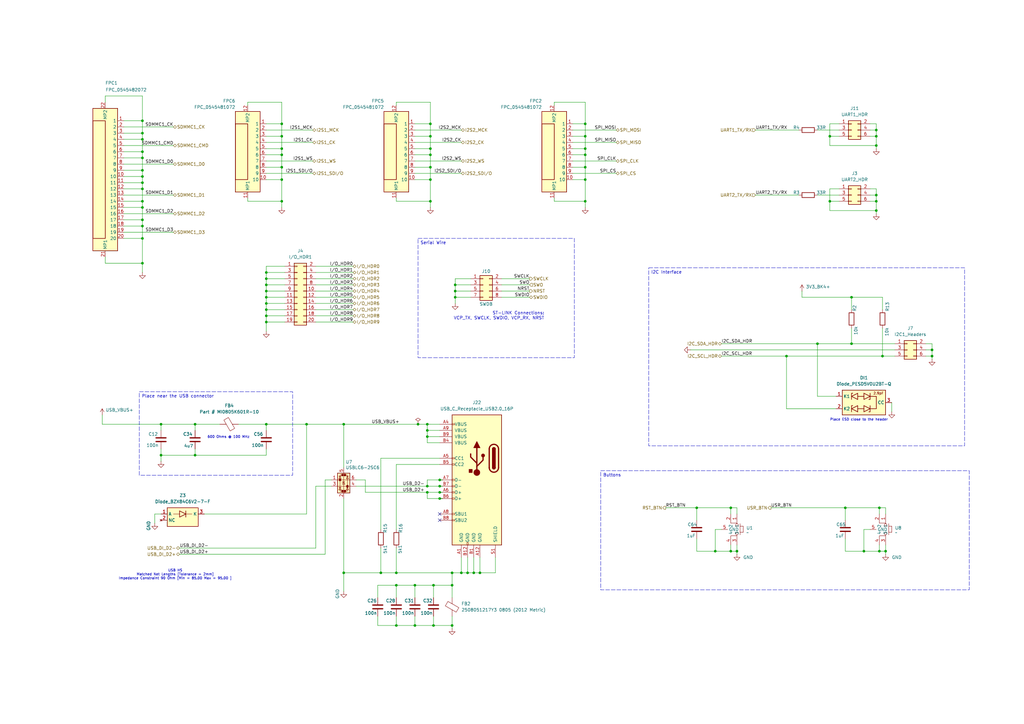
<source format=kicad_sch>
(kicad_sch (version 20231120) (generator "eeschema") (generator_version "8.0")
  (paper "A3")
  (junction (at 361.95 146.05))
  (junction (at 58.42 74.93))
  (junction (at 176.53 68.58))
  (junction (at 162.56 256.54))
  (junction (at 240.03 50.8))
  (junction (at 58.42 82.55))
  (junction (at 363.22 226.06))
  (junction (at 58.42 97.79))
  (junction (at 171.45 173.99))
  (junction (at 322.58 146.05))
  (junction (at 359.41 82.55))
  (junction (at 176.53 82.55))
  (junction (at 299.72 208.28))
  (junction (at 359.41 53.34))
  (junction (at 240.03 82.55))
  (junction (at 175.26 176.53))
  (junction (at 115.57 63.5))
  (junction (at 109.22 132.08))
  (junction (at 66.04 186.69))
  (junction (at 240.03 68.58))
  (junction (at 340.36 82.55))
  (junction (at 185.42 240.03))
  (junction (at 185.42 256.54))
  (junction (at 66.04 173.99))
  (junction (at 293.37 226.06))
  (junction (at 176.53 60.96))
  (junction (at 196.85 234.95))
  (junction (at 58.42 92.71))
  (junction (at 109.22 111.76))
  (junction (at 354.33 226.06))
  (junction (at 177.8 240.03))
  (junction (at 185.42 234.95))
  (junction (at 382.27 143.51))
  (junction (at 240.03 55.88))
  (junction (at 180.34 199.39))
  (junction (at 175.26 173.99))
  (junction (at 299.72 226.06))
  (junction (at 186.69 116.84))
  (junction (at 360.68 226.06))
  (junction (at 180.34 201.93))
  (junction (at 176.53 50.8))
  (junction (at 115.57 73.66))
  (junction (at 240.03 63.5))
  (junction (at 115.57 68.58))
  (junction (at 80.01 173.99))
  (junction (at 109.22 121.92))
  (junction (at 170.18 240.03))
  (junction (at 180.34 204.47))
  (junction (at 359.41 86.36))
  (junction (at 115.57 60.96))
  (junction (at 140.97 173.99))
  (junction (at 194.31 234.95))
  (junction (at 58.42 107.95))
  (junction (at 156.21 234.95))
  (junction (at 109.22 124.46))
  (junction (at 359.41 59.69))
  (junction (at 359.41 80.01))
  (junction (at 176.53 55.88))
  (junction (at 302.26 226.06))
  (junction (at 58.42 85.09))
  (junction (at 240.03 60.96))
  (junction (at 58.42 72.39))
  (junction (at 177.8 256.54))
  (junction (at 346.71 208.28))
  (junction (at 240.03 73.66))
  (junction (at 382.27 146.05))
  (junction (at 359.41 55.88))
  (junction (at 285.75 208.28))
  (junction (at 125.73 173.99))
  (junction (at 58.42 77.47))
  (junction (at 109.22 173.99))
  (junction (at 175.26 199.39))
  (junction (at 162.56 240.03))
  (junction (at 109.22 114.3))
  (junction (at 186.69 119.38))
  (junction (at 162.56 234.95))
  (junction (at 58.42 90.17))
  (junction (at 58.42 64.77))
  (junction (at 109.22 116.84))
  (junction (at 180.34 196.85))
  (junction (at 58.42 54.61))
  (junction (at 58.42 57.15))
  (junction (at 360.68 208.28))
  (junction (at 58.42 49.53))
  (junction (at 335.28 140.97))
  (junction (at 349.25 140.97))
  (junction (at 140.97 234.95))
  (junction (at 175.26 179.07))
  (junction (at 176.53 63.5))
  (junction (at 109.22 127))
  (junction (at 115.57 50.8))
  (junction (at 109.22 129.54))
  (junction (at 186.69 121.92))
  (junction (at 175.26 201.93))
  (junction (at 58.42 62.23))
  (junction (at 191.77 234.95))
  (junction (at 80.01 186.69))
  (junction (at 109.22 119.38))
  (junction (at 58.42 69.85))
  (junction (at 189.23 234.95))
  (junction (at 349.25 121.92))
  (junction (at 340.36 55.88))
  (junction (at 115.57 82.55))
  (junction (at 176.53 73.66))
  (junction (at 170.18 256.54))
  (junction (at 115.57 55.88))
  (no_connect (at 180.34 213.36))
  (no_connect (at 180.34 210.82))
  (wire (pts (xy 181.61 196.85) (xy 180.34 196.85)))
  (wire (pts (xy 340.36 77.47) (xy 340.36 82.55)))
  (wire (pts (xy 240.03 73.66) (xy 240.03 82.55)))
  (wire (pts (xy 205.74 121.92) (xy 217.17 121.92)))
  (wire (pts (xy 129.54 109.22) (xy 144.78 109.22)))
  (wire (pts (xy 295.91 146.05) (xy 322.58 146.05)))
  (wire (pts (xy 58.42 74.93) (xy 58.42 77.47)))
  (wire (pts (xy 185.42 252.73) (xy 185.42 256.54)))
  (wire (pts (xy 50.8 52.07) (xy 71.12 52.07)))
  (wire (pts (xy 162.56 190.5) (xy 162.56 217.17)))
  (wire (pts (xy 240.03 50.8) (xy 240.03 55.88)))
  (wire (pts (xy 361.95 134.62) (xy 361.95 146.05)))
  (wire (pts (xy 109.22 53.34) (xy 128.27 53.34)))
  (wire (pts (xy 360.68 223.52) (xy 360.68 226.06)))
  (wire (pts (xy 194.31 228.6) (xy 194.31 234.95)))
  (wire (pts (xy 359.41 77.47) (xy 359.41 80.01)))
  (wire (pts (xy 116.84 127) (xy 109.22 127)))
  (wire (pts (xy 58.42 92.71) (xy 58.42 97.79)))
  (wire (pts (xy 115.57 55.88) (xy 115.57 60.96)))
  (wire (pts (xy 356.87 77.47) (xy 359.41 77.47)))
  (wire (pts (xy 43.18 105.41) (xy 43.18 107.95)))
  (wire (pts (xy 354.33 226.06) (xy 360.68 226.06)))
  (wire (pts (xy 363.22 223.52) (xy 363.22 226.06)))
  (wire (pts (xy 175.26 201.93) (xy 180.34 201.93)))
  (wire (pts (xy 146.05 196.85) (xy 149.86 196.85)))
  (wire (pts (xy 185.42 256.54) (xy 185.42 257.81)))
  (wire (pts (xy 176.53 55.88) (xy 176.53 60.96)))
  (wire (pts (xy 299.72 223.52) (xy 299.72 226.06)))
  (wire (pts (xy 234.95 73.66) (xy 240.03 73.66)))
  (wire (pts (xy 203.2 228.6) (xy 203.2 234.95)))
  (wire (pts (xy 149.86 201.93) (xy 175.26 201.93)))
  (wire (pts (xy 58.42 62.23) (xy 58.42 64.77)))
  (wire (pts (xy 109.22 55.88) (xy 115.57 55.88)))
  (wire (pts (xy 327.66 53.34) (xy 309.88 53.34)))
  (wire (pts (xy 109.22 71.12) (xy 128.27 71.12)))
  (wire (pts (xy 66.04 186.69) (xy 80.01 186.69)))
  (wire (pts (xy 234.95 53.34) (xy 252.73 53.34)))
  (wire (pts (xy 58.42 49.53) (xy 58.42 54.61)))
  (wire (pts (xy 109.22 68.58) (xy 115.57 68.58)))
  (wire (pts (xy 360.68 208.28) (xy 360.68 210.82)))
  (wire (pts (xy 43.18 39.37) (xy 58.42 39.37)))
  (wire (pts (xy 203.2 234.95) (xy 196.85 234.95)))
  (wire (pts (xy 180.34 196.85) (xy 175.26 196.85)))
  (wire (pts (xy 185.42 234.95) (xy 162.56 234.95)))
  (wire (pts (xy 171.45 173.99) (xy 175.26 173.99)))
  (wire (pts (xy 240.03 82.55) (xy 240.03 85.09)))
  (wire (pts (xy 170.18 73.66) (xy 176.53 73.66)))
  (wire (pts (xy 50.8 62.23) (xy 58.42 62.23)))
  (wire (pts (xy 50.8 72.39) (xy 58.42 72.39)))
  (wire (pts (xy 170.18 240.03) (xy 170.18 245.11)))
  (wire (pts (xy 180.34 199.39) (xy 181.61 199.39)))
  (wire (pts (xy 342.9 167.64) (xy 322.58 167.64)))
  (wire (pts (xy 382.27 143.51) (xy 382.27 146.05)))
  (wire (pts (xy 109.22 186.69) (xy 109.22 184.15)))
  (wire (pts (xy 66.04 186.69) (xy 66.04 189.23)))
  (wire (pts (xy 109.22 119.38) (xy 109.22 121.92)))
  (wire (pts (xy 140.97 173.99) (xy 140.97 191.77)))
  (wire (pts (xy 66.04 173.99) (xy 66.04 176.53)))
  (wire (pts (xy 156.21 187.96) (xy 156.21 217.17)))
  (wire (pts (xy 58.42 77.47) (xy 58.42 82.55)))
  (wire (pts (xy 285.75 220.98) (xy 285.75 226.06)))
  (wire (pts (xy 162.56 224.79) (xy 162.56 234.95)))
  (wire (pts (xy 170.18 50.8) (xy 176.53 50.8)))
  (wire (pts (xy 175.26 179.07) (xy 180.34 179.07)))
  (wire (pts (xy 295.91 217.17) (xy 293.37 217.17)))
  (wire (pts (xy 175.26 176.53) (xy 175.26 173.99)))
  (wire (pts (xy 109.22 63.5) (xy 115.57 63.5)))
  (wire (pts (xy 140.97 204.47) (xy 140.97 234.95)))
  (wire (pts (xy 129.54 119.38) (xy 144.78 119.38)))
  (wire (pts (xy 50.8 59.69) (xy 71.12 59.69)))
  (wire (pts (xy 125.73 173.99) (xy 125.73 210.82)))
  (wire (pts (xy 349.25 121.92) (xy 349.25 127)))
  (wire (pts (xy 346.71 208.28) (xy 360.68 208.28)))
  (wire (pts (xy 43.18 107.95) (xy 58.42 107.95)))
  (wire (pts (xy 109.22 121.92) (xy 109.22 124.46)))
  (wire (pts (xy 50.8 92.71) (xy 58.42 92.71)))
  (wire (pts (xy 170.18 60.96) (xy 176.53 60.96)))
  (wire (pts (xy 180.34 204.47) (xy 175.26 204.47)))
  (wire (pts (xy 176.53 82.55) (xy 176.53 85.09)))
  (wire (pts (xy 177.8 256.54) (xy 185.42 256.54)))
  (wire (pts (xy 97.79 173.99) (xy 109.22 173.99)))
  (wire (pts (xy 354.33 217.17) (xy 354.33 226.06)))
  (wire (pts (xy 109.22 173.99) (xy 125.73 173.99)))
  (wire (pts (xy 109.22 114.3) (xy 109.22 116.84)))
  (wire (pts (xy 176.53 68.58) (xy 176.53 73.66)))
  (wire (pts (xy 154.94 252.73) (xy 154.94 256.54)))
  (wire (pts (xy 322.58 146.05) (xy 361.95 146.05)))
  (wire (pts (xy 349.25 134.62) (xy 349.25 140.97)))
  (wire (pts (xy 227.33 41.91) (xy 240.03 41.91)))
  (wire (pts (xy 328.93 121.92) (xy 349.25 121.92)))
  (wire (pts (xy 283.21 143.51) (xy 367.03 143.51)))
  (wire (pts (xy 101.6 82.55) (xy 115.57 82.55)))
  (wire (pts (xy 186.69 114.3) (xy 186.69 116.84)))
  (wire (pts (xy 360.68 208.28) (xy 363.22 208.28)))
  (wire (pts (xy 361.95 121.92) (xy 361.95 127)))
  (wire (pts (xy 116.84 116.84) (xy 109.22 116.84)))
  (wire (pts (xy 227.33 82.55) (xy 240.03 82.55)))
  (wire (pts (xy 101.6 43.18) (xy 101.6 41.91)))
  (wire (pts (xy 170.18 256.54) (xy 177.8 256.54)))
  (wire (pts (xy 50.8 87.63) (xy 71.12 87.63)))
  (wire (pts (xy 50.8 54.61) (xy 58.42 54.61)))
  (wire (pts (xy 196.85 228.6) (xy 196.85 234.95)))
  (wire (pts (xy 189.23 234.95) (xy 185.42 234.95)))
  (wire (pts (xy 109.22 111.76) (xy 109.22 114.3)))
  (wire (pts (xy 109.22 132.08) (xy 116.84 132.08)))
  (wire (pts (xy 58.42 85.09) (xy 58.42 90.17)))
  (wire (pts (xy 186.69 121.92) (xy 193.04 121.92)))
  (wire (pts (xy 340.36 50.8) (xy 340.36 55.88)))
  (wire (pts (xy 73.66 224.79) (xy 129.54 224.79)))
  (wire (pts (xy 234.95 71.12) (xy 252.73 71.12)))
  (wire (pts (xy 109.22 66.04) (xy 128.27 66.04)))
  (wire (pts (xy 322.58 146.05) (xy 322.58 167.64)))
  (wire (pts (xy 101.6 81.28) (xy 101.6 82.55)))
  (wire (pts (xy 50.8 95.25) (xy 71.12 95.25)))
  (wire (pts (xy 58.42 72.39) (xy 58.42 74.93)))
  (wire (pts (xy 109.22 121.92) (xy 116.84 121.92)))
  (wire (pts (xy 50.8 64.77) (xy 58.42 64.77)))
  (wire (pts (xy 346.71 226.06) (xy 354.33 226.06)))
  (wire (pts (xy 58.42 69.85) (xy 58.42 72.39)))
  (wire (pts (xy 175.26 199.39) (xy 180.34 199.39)))
  (wire (pts (xy 50.8 74.93) (xy 58.42 74.93)))
  (wire (pts (xy 302.26 227.33) (xy 302.26 226.06)))
  (wire (pts (xy 379.73 143.51) (xy 382.27 143.51)))
  (wire (pts (xy 156.21 224.79) (xy 156.21 234.95)))
  (wire (pts (xy 109.22 132.08) (xy 109.22 135.89)))
  (wire (pts (xy 382.27 146.05) (xy 382.27 147.32)))
  (wire (pts (xy 170.18 55.88) (xy 176.53 55.88)))
  (wire (pts (xy 129.54 116.84) (xy 144.78 116.84)))
  (wire (pts (xy 176.53 41.91) (xy 176.53 50.8)))
  (wire (pts (xy 41.91 173.99) (xy 41.91 170.18)))
  (wire (pts (xy 205.74 116.84) (xy 217.17 116.84)))
  (wire (pts (xy 109.22 73.66) (xy 115.57 73.66)))
  (wire (pts (xy 177.8 240.03) (xy 185.42 240.03)))
  (wire (pts (xy 340.36 55.88) (xy 344.17 55.88)))
  (wire (pts (xy 162.56 240.03) (xy 170.18 240.03)))
  (wire (pts (xy 186.69 121.92) (xy 186.69 124.46)))
  (wire (pts (xy 180.34 201.93) (xy 181.61 201.93)))
  (wire (pts (xy 176.53 63.5) (xy 176.53 68.58)))
  (wire (pts (xy 240.03 55.88) (xy 240.03 60.96)))
  (wire (pts (xy 340.36 82.55) (xy 344.17 82.55)))
  (wire (pts (xy 116.84 111.76) (xy 109.22 111.76)))
  (wire (pts (xy 175.26 173.99) (xy 180.34 173.99)))
  (wire (pts (xy 185.42 240.03) (xy 185.42 245.11)))
  (wire (pts (xy 149.86 196.85) (xy 149.86 201.93)))
  (wire (pts (xy 154.94 240.03) (xy 162.56 240.03)))
  (wire (pts (xy 234.95 66.04) (xy 252.73 66.04)))
  (wire (pts (xy 356.87 50.8) (xy 359.41 50.8)))
  (wire (pts (xy 340.36 55.88) (xy 340.36 59.69)))
  (wire (pts (xy 146.05 199.39) (xy 175.26 199.39)))
  (wire (pts (xy 335.28 80.01) (xy 344.17 80.01)))
  (wire (pts (xy 170.18 71.12) (xy 189.23 71.12)))
  (wire (pts (xy 129.54 111.76) (xy 144.78 111.76)))
  (wire (pts (xy 181.61 204.47) (xy 180.34 204.47)))
  (wire (pts (xy 140.97 173.99) (xy 171.45 173.99)))
  (wire (pts (xy 186.69 116.84) (xy 193.04 116.84)))
  (wire (pts (xy 50.8 90.17) (xy 58.42 90.17)))
  (wire (pts (xy 356.87 53.34) (xy 359.41 53.34)))
  (wire (pts (xy 342.9 162.56) (xy 335.28 162.56)))
  (wire (pts (xy 379.73 146.05) (xy 382.27 146.05)))
  (wire (pts (xy 205.74 119.38) (xy 217.17 119.38)))
  (wire (pts (xy 299.72 226.06) (xy 302.26 226.06)))
  (wire (pts (xy 302.26 208.28) (xy 302.26 210.82)))
  (wire (pts (xy 365.76 165.1) (xy 365.76 168.91)))
  (wire (pts (xy 186.69 114.3) (xy 193.04 114.3)))
  (wire (pts (xy 43.18 41.91) (xy 43.18 39.37)))
  (wire (pts (xy 50.8 82.55) (xy 58.42 82.55)))
  (wire (pts (xy 360.68 226.06) (xy 363.22 226.06)))
  (wire (pts (xy 180.34 181.61) (xy 175.26 181.61)))
  (wire (pts (xy 129.54 199.39) (xy 135.89 199.39)))
  (wire (pts (xy 135.89 196.85) (xy 133.35 196.85)))
  (wire (pts (xy 162.56 234.95) (xy 156.21 234.95)))
  (wire (pts (xy 66.04 173.99) (xy 80.01 173.99)))
  (wire (pts (xy 154.94 245.11) (xy 154.94 240.03)))
  (wire (pts (xy 180.34 190.5) (xy 162.56 190.5)))
  (wire (pts (xy 58.42 107.95) (xy 58.42 111.76)))
  (wire (pts (xy 185.42 234.95) (xy 185.42 240.03)))
  (wire (pts (xy 328.93 119.38) (xy 328.93 121.92)))
  (wire (pts (xy 129.54 127) (xy 144.78 127)))
  (wire (pts (xy 176.53 73.66) (xy 176.53 82.55)))
  (wire (pts (xy 162.56 43.18) (xy 162.56 41.91)))
  (wire (pts (xy 66.04 210.82) (xy 63.5 210.82)))
  (wire (pts (xy 58.42 57.15) (xy 58.42 62.23)))
  (wire (pts (xy 273.05 208.28) (xy 285.75 208.28)))
  (wire (pts (xy 180.34 176.53) (xy 175.26 176.53)))
  (wire (pts (xy 175.26 181.61) (xy 175.26 179.07)))
  (wire (pts (xy 116.84 119.38) (xy 109.22 119.38)))
  (wire (pts (xy 109.22 127) (xy 109.22 129.54)))
  (wire (pts (xy 58.42 97.79) (xy 58.42 107.95)))
  (wire (pts (xy 109.22 116.84) (xy 109.22 119.38)))
  (wire (pts (xy 234.95 68.58) (xy 240.03 68.58)))
  (wire (pts (xy 162.56 82.55) (xy 176.53 82.55)))
  (wire (pts (xy 205.74 114.3) (xy 217.17 114.3)))
  (wire (pts (xy 109.22 50.8) (xy 115.57 50.8)))
  (wire (pts (xy 316.23 208.28) (xy 346.71 208.28)))
  (wire (pts (xy 180.34 187.96) (xy 156.21 187.96)))
  (wire (pts (xy 285.75 208.28) (xy 285.75 213.36)))
  (wire (pts (xy 363.22 208.28) (xy 363.22 210.82)))
  (wire (pts (xy 359.41 82.55) (xy 359.41 86.36)))
  (wire (pts (xy 175.26 204.47) (xy 175.26 201.93)))
  (wire (pts (xy 356.87 55.88) (xy 359.41 55.88)))
  (wire (pts (xy 194.31 234.95) (xy 191.77 234.95)))
  (wire (pts (xy 109.22 58.42) (xy 128.27 58.42)))
  (wire (pts (xy 359.41 86.36) (xy 359.41 87.63)))
  (wire (pts (xy 58.42 54.61) (xy 58.42 57.15)))
  (wire (pts (xy 335.28 140.97) (xy 335.28 162.56)))
  (wire (pts (xy 196.85 234.95) (xy 194.31 234.95)))
  (wire (pts (xy 129.54 129.54) (xy 144.78 129.54)))
  (wire (pts (xy 356.87 82.55) (xy 359.41 82.55)))
  (wire (pts (xy 240.03 41.91) (xy 240.03 50.8)))
  (wire (pts (xy 41.91 173.99) (xy 66.04 173.99)))
  (wire (pts (xy 162.56 240.03) (xy 162.56 245.11)))
  (wire (pts (xy 363.22 227.33) (xy 363.22 226.06)))
  (wire (pts (xy 80.01 186.69) (xy 109.22 186.69)))
  (wire (pts (xy 349.25 140.97) (xy 367.03 140.97)))
  (wire (pts (xy 191.77 234.95) (xy 189.23 234.95)))
  (wire (pts (xy 349.25 121.92) (xy 361.95 121.92)))
  (wire (pts (xy 340.36 86.36) (xy 359.41 86.36)))
  (wire (pts (xy 58.42 64.77) (xy 58.42 69.85)))
  (wire (pts (xy 176.53 60.96) (xy 176.53 63.5)))
  (wire (pts (xy 58.42 39.37) (xy 58.42 49.53)))
  (wire (pts (xy 116.84 129.54) (xy 109.22 129.54)))
  (wire (pts (xy 109.22 109.22) (xy 109.22 111.76)))
  (wire (pts (xy 162.56 41.91) (xy 176.53 41.91)))
  (wire (pts (xy 170.18 58.42) (xy 189.23 58.42)))
  (wire (pts (xy 162.56 81.28) (xy 162.56 82.55)))
  (wire (pts (xy 115.57 41.91) (xy 115.57 50.8)))
  (wire (pts (xy 50.8 77.47) (xy 58.42 77.47)))
  (wire (pts (xy 162.56 252.73) (xy 162.56 256.54)))
  (wire (pts (xy 129.54 224.79) (xy 129.54 199.39)))
  (wire (pts (xy 63.5 210.82) (xy 63.5 214.63)))
  (wire (pts (xy 299.72 208.28) (xy 299.72 210.82)))
  (wire (pts (xy 50.8 67.31) (xy 71.12 67.31)))
  (wire (pts (xy 234.95 55.88) (xy 240.03 55.88)))
  (wire (pts (xy 116.84 124.46) (xy 109.22 124.46)))
  (wire (pts (xy 177.8 240.03) (xy 177.8 245.11)))
  (wire (pts (xy 140.97 234.95) (xy 140.97 242.57)))
  (wire (pts (xy 293.37 226.06) (xy 299.72 226.06)))
  (wire (pts (xy 101.6 41.91) (xy 115.57 41.91)))
  (wire (pts (xy 115.57 73.66) (xy 115.57 82.55)))
  (wire (pts (xy 109.22 129.54) (xy 109.22 132.08)))
  (wire (pts (xy 240.03 68.58) (xy 240.03 73.66)))
  (wire (pts (xy 379.73 140.97) (xy 382.27 140.97)))
  (wire (pts (xy 227.33 43.18) (xy 227.33 41.91)))
  (wire (pts (xy 170.18 63.5) (xy 176.53 63.5)))
  (wire (pts (xy 186.69 116.84) (xy 186.69 119.38)))
  (wire (pts (xy 299.72 208.28) (xy 302.26 208.28)))
  (wire (pts (xy 175.26 196.85) (xy 175.26 199.39)))
  (wire (pts (xy 80.01 173.99) (xy 80.01 176.53)))
  (wire (pts (xy 115.57 68.58) (xy 115.57 73.66)))
  (wire (pts (xy 285.75 208.28) (xy 299.72 208.28)))
  (wire (pts (xy 80.01 173.99) (xy 90.17 173.99)))
  (wire (pts (xy 234.95 50.8) (xy 240.03 50.8)))
  (wire (pts (xy 335.28 140.97) (xy 349.25 140.97)))
  (wire (pts (xy 340.36 82.55) (xy 340.36 86.36)))
  (wire (pts (xy 227.33 81.28) (xy 227.33 82.55)))
  (wire (pts (xy 359.41 80.01) (xy 359.41 82.55)))
  (wire (pts (xy 346.71 208.28) (xy 346.71 213.36)))
  (wire (pts (xy 50.8 80.01) (xy 71.12 80.01)))
  (wire (pts (xy 302.26 223.52) (xy 302.26 226.06)))
  (wire (pts (xy 327.66 80.01) (xy 309.88 80.01)))
  (wire (pts (xy 58.42 82.55) (xy 58.42 85.09)))
  (wire (pts (xy 285.75 226.06) (xy 293.37 226.06)))
  (wire (pts (xy 189.23 228.6) (xy 189.23 234.95)))
  (wire (pts (xy 73.66 227.33) (xy 133.35 227.33)))
  (wire (pts (xy 116.84 109.22) (xy 109.22 109.22)))
  (wire (pts (xy 115.57 50.8) (xy 115.57 55.88)))
  (wire (pts (xy 186.69 119.38) (xy 186.69 121.92)))
  (wire (pts (xy 234.95 58.42) (xy 252.73 58.42)))
  (wire (pts (xy 129.54 132.08) (xy 144.78 132.08)))
  (wire (pts (xy 154.94 256.54) (xy 162.56 256.54)))
  (wire (pts (xy 340.36 77.47) (xy 344.17 77.47)))
  (wire (pts (xy 129.54 114.3) (xy 144.78 114.3)))
  (wire (pts (xy 115.57 60.96) (xy 115.57 63.5)))
  (wire (pts (xy 175.26 179.07) (xy 175.26 176.53)))
  (wire (pts (xy 170.18 66.04) (xy 189.23 66.04)))
  (wire (pts (xy 170.18 240.03) (xy 177.8 240.03)))
  (wire (pts (xy 115.57 82.55) (xy 115.57 85.09)))
  (wire (pts (xy 382.27 140.97) (xy 382.27 143.51)))
  (wire (pts (xy 129.54 124.46) (xy 144.78 124.46)))
  (wire (pts (xy 116.84 114.3) (xy 109.22 114.3)))
  (wire (pts (xy 293.37 217.17) (xy 293.37 226.06)))
  (wire (pts (xy 170.18 53.34) (xy 189.23 53.34)))
  (wire (pts (xy 133.35 196.85) (xy 133.35 227.33)))
  (wire (pts (xy 356.87 80.01) (xy 359.41 80.01)))
  (wire (pts (xy 191.77 228.6) (xy 191.77 234.95)))
  (wire (pts (xy 176.53 50.8) (xy 176.53 55.88)))
  (wire (pts (xy 50.8 69.85) (xy 58.42 69.85)))
  (wire (pts (xy 356.87 217.17) (xy 354.33 217.17)))
  (wire (pts (xy 170.18 68.58) (xy 176.53 68.58)))
  (wire (pts (xy 156.21 234.95) (xy 140.97 234.95)))
  (wire (pts (xy 50.8 57.15) (xy 58.42 57.15)))
  (wire (pts (xy 359.41 53.34) (xy 359.41 55.88)))
  (wire (pts (xy 115.57 63.5) (xy 115.57 68.58)))
  (wire (pts (xy 170.18 252.73) (xy 170.18 256.54)))
  (wire (pts (xy 335.28 53.34) (xy 344.17 53.34)))
  (wire (pts (xy 346.71 220.98) (xy 346.71 226.06)))
  (wire (pts (xy 359.41 50.8) (xy 359.41 53.34)))
  (wire (pts (xy 340.36 59.69) (xy 359.41 59.69)))
  (wire (pts (xy 50.8 49.53) (xy 58.42 49.53)))
  (wire (pts (xy 129.54 121.92) (xy 144.78 121.92)))
  (wire (pts (xy 359.41 59.69) (xy 359.41 60.96)))
  (wire (pts (xy 295.91 140.97) (xy 335.28 140.97)))
  (wire (pts (xy 66.04 184.15) (xy 66.04 186.69)))
  (wire (pts (xy 234.95 60.96) (xy 240.03 60.96)))
  (wire (pts (xy 240.03 60.96) (xy 240.03 63.5)))
  (wire (pts (xy 240.03 63.5) (xy 240.03 68.58)))
  (wire (pts (xy 50.8 97.79) (xy 58.42 97.79)))
  (wire (pts (xy 125.73 173.99) (xy 140.97 173.99)))
  (wire (pts (xy 58.42 90.17) (xy 58.42 92.71)))
  (wire (pts (xy 359.41 55.88) (xy 359.41 59.69)))
  (wire (pts (xy 177.8 252.73) (xy 177.8 256.54)))
  (wire (pts (xy 109.22 173.99) (xy 109.22 176.53)))
  (wire (pts (xy 186.69 119.38) (xy 193.04 119.38)))
  (wire (pts (xy 83.82 210.82) (xy 125.73 210.82)))
  (wire (pts (xy 361.95 146.05) (xy 367.03 146.05)))
  (wire (pts (xy 234.95 63.5) (xy 240.03 63.5)))
  (wire (pts (xy 109.22 124.46) (xy 109.22 127)))
  (wire (pts (xy 80.01 184.15) (xy 80.01 186.69)))
  (wire (pts (xy 50.8 85.09) (xy 58.42 85.09)))
  (wire (pts (xy 162.56 256.54) (xy 170.18 256.54)))
  (wire (pts (xy 109.22 60.96) (xy 115.57 60.96)))
  (wire (pts (xy 340.36 50.8) (xy 344.17 50.8)))
  (text_box "Place near the USB connector" (at 57.15 160.655 0) (size 62.865 34.29) (stroke (width 0) (type dash)) (effects (font (size 1.27 1.27)) (justify left top)))
  (text_box "Serial Wire" (at 171.45 97.79 0) (size 64.135 48.895) (stroke (width 0) (type dash)) (effects (font (size 1.27 1.27)) (justify left top)))
  (text_box "Buttons" (at 246.38 193.04 0) (size 151.13 48.895) (stroke (width 0) (type dash)) (effects (font (size 1.27 1.27)) (justify left top)))
  (text_box "I2C Interface" (at 266.065 109.855 0) (size 129.54 73.025) (stroke (width 0) (type dash)) (effects (font (size 1.27 1.27)) (justify left top)))
  (text "Place ESD close to the header" (at 352.298 172.212 0) (effects (font (size 1 1))))
  (text "600 Ohms @ 100 MHz" (at 93.726 179.324 0) (effects (font (size 1 1))))
  (text "ST-LINK Connections:\nVCP_TX, SWCLK, SWDIO, VCP_RX, NRST" (at 223.266 131.318 0) (effects (font (size 1.27 1.27)) (justify right bottom)))
  (text "USB HS\nMatched Net Lengths [Tolerance = 2mm]\nImpedance Constraint 90 Ohm [Min = 85.00 Max = 95.00 ]" (at 71.882 235.712 0) (effects (font (size 1 1))))
  (label "USB_D2-" (at 165.1 199.39 0))
  (label "I2C_SDA_HDR" (at 295.91 140.97 0))
  (label "SDMMC1_CMD" (at 71.12 59.69 180))
  (label "I{slash}O_HDR4" (at 144.78 119.38 180))
  (label "USB_D2+" (at 165.1 201.93 0))
  (label "I2S2_SDI{slash}O" (at 189.23 71.12 180))
  (label "I{slash}O_HDR1" (at 144.78 111.76 180))
  (label "SWCLK" (at 217.17 114.3 180))
  (label "I2S2_MCK" (at 189.23 53.34 180))
  (label "I2S1_WS" (at 128.27 66.04 180))
  (label "USB_VBUS+" (at 152.4 173.99 0))
  (label "I2S1_SDI{slash}O" (at 128.27 71.12 180))
  (label "USB_DI_D2-" (at 73.66 224.79 0))
  (label "SDMMC1_CK" (at 71.12 52.07 180))
  (label "I{slash}O_HDR6" (at 144.78 124.46 180))
  (label "I{slash}O_HDR5" (at 144.78 121.92 180))
  (label "SPI_MISO" (at 252.73 58.42 180))
  (label "SPI_CLK" (at 252.73 66.04 180))
  (label "RST_BTN" (at 273.05 208.28 0))
  (label "USB_DI_D2+" (at 73.66 227.33 0))
  (label "I{slash}O_HDR9" (at 144.78 132.08 180))
  (label "SDMMC1_D0" (at 71.12 67.31 180))
  (label "NRST" (at 217.17 119.38 180))
  (label "I2C_SCL_HDR" (at 295.91 146.05 0))
  (label "I{slash}O_HDR2" (at 144.78 114.3 180))
  (label "I{slash}O_HDR3" (at 144.78 116.84 180))
  (label "I2S1_MCK" (at 128.27 53.34 180))
  (label "SWDIO" (at 217.17 121.92 180))
  (label "SPI_MOSI" (at 252.73 53.34 180))
  (label "I{slash}O_HDR8" (at 144.78 129.54 180))
  (label "I2S2_WS" (at 189.23 66.04 180))
  (label "I2S1_CK" (at 128.27 58.42 180))
  (label "SDMMC1_D1" (at 71.12 80.01 180))
  (label "UART2_TX{slash}RX" (at 309.88 80.01 0))
  (label "SPI_CS" (at 252.73 71.12 180))
  (label "I{slash}O_HDR7" (at 144.78 127 180))
  (label "I{slash}O_HDR0" (at 144.78 109.22 180))
  (label "UART1_TX{slash}RX" (at 309.88 53.34 0))
  (label "SDMMC1_D2" (at 71.12 87.63 180))
  (label "SDMMC1_D3" (at 71.12 95.25 180))
  (label "SWO" (at 217.17 116.84 180))
  (label "USR_BTN" (at 316.23 208.28 0))
  (label "I2S2_CK" (at 189.23 58.42 180))
  (hierarchical_label "I2S1_MCK" (shape bidirectional) (at 128.27 53.34 0))
  (hierarchical_label "SDMMC1_CMD" (shape bidirectional) (at 71.12 59.69 0))
  (hierarchical_label "SWCLK" (shape output) (at 217.17 114.3 0))
  (hierarchical_label "SDMMC1_D3" (shape bidirectional) (at 71.12 95.25 0))
  (hierarchical_label "SDMMC1_D1" (shape bidirectional) (at 71.12 80.01 0))
  (hierarchical_label "I2S1_CK" (shape bidirectional) (at 128.27 58.42 0))
  (hierarchical_label "I{slash}O_HDR0" (shape bidirectional) (at 144.78 109.22 0))
  (hierarchical_label "SPI_MISO" (shape bidirectional) (at 252.73 58.42 0))
  (hierarchical_label "I{slash}O_HDR3" (shape bidirectional) (at 144.78 116.84 0))
  (hierarchical_label "I2S2_WS" (shape bidirectional) (at 189.23 66.04 0))
  (hierarchical_label "SPI_MOSI" (shape bidirectional) (at 252.73 53.34 0))
  (hierarchical_label "UART1_TX{slash}RX" (shape input) (at 309.88 53.34 180))
  (hierarchical_label "I2S1_SDI{slash}O" (shape bidirectional) (at 128.27 71.12 0))
  (hierarchical_label "I2S1_WS" (shape bidirectional) (at 128.27 66.04 0))
  (hierarchical_label "I2C_SDA_HDR" (shape bidirectional) (at 295.91 140.97 180))
  (hierarchical_label "SPI_CS" (shape bidirectional) (at 252.73 71.12 0))
  (hierarchical_label "I2S2_MCK" (shape bidirectional) (at 189.23 53.34 0))
  (hierarchical_label "I{slash}O_HDR7" (shape bidirectional) (at 144.78 127 0))
  (hierarchical_label "USB_DI_D2+" (shape bidirectional) (at 73.66 227.33 180))
  (hierarchical_label "I{slash}O_HDR1" (shape bidirectional) (at 144.78 111.76 0))
  (hierarchical_label "SPI_CLK" (shape bidirectional) (at 252.73 66.04 0))
  (hierarchical_label "I2S2_SDI{slash}O" (shape bidirectional) (at 189.23 71.12 0))
  (hierarchical_label "SDMMC1_CK" (shape bidirectional) (at 71.12 52.07 0))
  (hierarchical_label "SDMMC1_D0" (shape bidirectional) (at 71.12 67.31 0))
  (hierarchical_label "I2S2_CK" (shape bidirectional) (at 189.23 58.42 0))
  (hierarchical_label "SWDIO" (shape bidirectional) (at 217.17 121.92 0))
  (hierarchical_label "USR_BTN" (shape output) (at 316.23 208.28 180))
  (hierarchical_label "I{slash}O_HDR5" (shape bidirectional) (at 144.78 121.92 0))
  (hierarchical_label "I{slash}O_HDR6" (shape bidirectional) (at 144.78 124.46 0))
  (hierarchical_label "I{slash}O_HDR9" (shape bidirectional) (at 144.78 132.08 0))
  (hierarchical_label "SWO" (shape input) (at 217.17 116.84 0))
  (hierarchical_label "UART2_TX{slash}RX" (shape input) (at 309.88 80.01 180))
  (hierarchical_label "RST_BTN" (shape output) (at 273.05 208.28 180))
  (hierarchical_label "USB_DI_D2-" (shape bidirectional) (at 73.66 224.79 180))
  (hierarchical_label "I{slash}O_HDR2" (shape bidirectional) (at 144.78 114.3 0))
  (hierarchical_label "NRST" (shape output) (at 217.17 119.38 0))
  (hierarchical_label "I2C_SCL_HDR" (shape bidirectional) (at 295.91 146.05 180))
  (hierarchical_label "SDMMC1_D2" (shape bidirectional) (at 71.12 87.63 0))
  (hierarchical_label "I{slash}O_HDR4" (shape bidirectional) (at 144.78 119.38 0))
  (hierarchical_label "I{slash}O_HDR8" (shape bidirectional) (at 144.78 129.54 0))
  (symbol (lib_id "power:GND") (at 185.42 257.81 0) (unit 1)
    (property "Reference" "#PWR048" (effects (hide yes)))
    (property "Value" "GND" (effects (hide yes)))
    (property "Description" "Power symbol creates a global label with name \"GND\" , ground" (effects (hide yes)))
  )
  (symbol (lib_id "power:GND") (at 63.5 214.63 0) (unit 1)
    (property "Reference" "#PWR0108" (effects (hide yes)))
    (property "Value" "GND" (at 60.96 217.678 90) (effects (justify left)))
    (property "Description" "Power symbol creates a global label with name \"GND\" , ground" (effects (hide yes)))
  )
  (symbol (lib_id "Personal_Projects:FPC_0545482072") (at 38.1 49.53 0) (unit 1)
    (property "Reference" "FPC1" (at 48.26 34.036 0) (effects (justify right)))
    (property "Value" "FPC_0545482072" (at 60.198 36.83 0) (effects (justify right)))
    (property "Footprint" "Personal_Project:FPC_0545482072" (effects (hide yes)))
    (property "Datasheet" "https://www.molex.com/en-us/products/part-detail-pdf/545481072?display=pdf" (effects (hide yes)))
    (property "Description" "0.50mm Pitch Easy-On FFC/FPC Connector, 1.20mm Height, Right-Angle, Surface Mount, ZIF, Bottom Contact Style, 10 Circuits, Gold (Au) Plating" (effects (hide yes)))
    (property "Height" "1.3" (effects (hide yes)))
    (property "Arrow Part Number" "0545481072" (effects (hide yes)))
    (property "Manufacturer_Name" "Molex" (effects (hide yes)))
    (property "Manufacturer_Part_Number" "0545481072" (effects (hide yes)))
  )
  (symbol (lib_id "Device:R") (at 331.47 53.34 90) (unit 1)
    (property "Reference" "R4" (at 326.644 52.324 90))
    (property "Value" "33R" (at 336.804 52.324 90))
    (property "Footprint" "Resistor_SMD:R_0805_2012Metric" (effects (hide yes)))
    (property "Description" "Resistor" (effects (hide yes)))
  )
  (symbol (lib_id "power:GND") (at 359.41 60.96 0) (unit 1)
    (property "Reference" "#PWR020" (effects (hide yes)))
    (property "Value" "GND" (effects (hide yes)))
    (property "Description" "Power symbol creates a global label with name \"GND\" , ground" (effects (hide yes)))
  )
  (symbol (lib_id "Power_Protection:USBLC6-2SC6") (at 140.97 196.85 0) (unit 1)
    (property "Reference" "U7" (at 141.732 189.484 0) (effects (justify left)))
    (property "Value" "USBLC6-2SC6" (at 141.732 191.77 0) (effects (justify left)))
    (property "Footprint" "Package_TO_SOT_SMD:SOT-23-6" (effects (hide yes)))
    (property "Datasheet" "https://www.st.com/resource/en/datasheet/usblc6-2.pdf" (effects (hide yes)))
    (property "Description" "Very low capacitance ESD protection diode, 2 data-line, SOT-23-6" (effects (hide yes)))
  )
  (symbol (lib_id "power:GND") (at 140.97 242.57 0) (unit 1)
    (property "Reference" "#PWR0110" (effects (hide yes)))
    (property "Value" "GND" (at 138.43 245.618 90) (effects (justify left)))
    (property "Description" "Power symbol creates a global label with name \"GND\" , ground" (effects (hide yes)))
  )
  (symbol (lib_id "power:+3.3V") (at 328.93 119.38 0) (mirror y) (unit 1)
    (property "Reference" "#PWR017" (effects (hide yes)))
    (property "Value" "3V3_BK4+" (at 335.534 117.602 0))
    (property "Description" "Power symbol creates a global label with name \"+3.3V\"" (effects (hide yes)))
  )
  (symbol (lib_id "power:GND") (at 283.21 143.51 270) (unit 1)
    (property "Reference" "#PWR06" (effects (hide yes)))
    (property "Value" "GND" (effects (hide yes)))
    (property "Description" "Power symbol creates a global label with name \"GND\" , ground" (effects (hide yes)))
  )
  (symbol (lib_id "Personal_Projects:FPC_0545481072") (at 96.52 50.8 0) (unit 1)
    (property "Reference" "FPC6" (at 96.52 41.402 0) (effects (justify right)))
    (property "Value" "FPC_0545481072" (at 96.52 43.942 0) (effects (justify right)))
    (property "Footprint" "Personal_Project:FPC_0545481072" (effects (hide yes)))
    (property "Datasheet" "https://www.molex.com/en-us/products/part-detail-pdf/545481072?display=pdf" (effects (hide yes)))
    (property "Description" "0.50mm Pitch Easy-On FFC/FPC Connector, 1.20mm Height, Right-Angle, Surface Mount, ZIF, Bottom Contact Style, 10 Circuits, Gold (Au) Plating" (effects (hide yes)))
    (property "Height" "1.3" (effects (hide yes)))
    (property "Arrow Part Number" "0545481072" (effects (hide yes)))
    (property "Manufacturer_Name" "Molex" (effects (hide yes)))
    (property "Manufacturer_Part_Number" "0545481072" (effects (hide yes)))
  )
  (symbol (lib_id "Connector:USB_C_Receptacle_USB2.0_16P") (at 195.58 187.96 0) (mirror y) (unit 1)
    (property "Reference" "J22" (at 195.58 165.1 0))
    (property "Value" "USB_C_Receptacle_USB2.0_16P" (at 195.58 167.64 0))
    (property "Footprint" "Connector_USB:USB_C_Receptacle_HRO_TYPE-C-31-M-12" (effects (hide yes)))
    (property "Datasheet" "https://www.usb.org/sites/default/files/documents/usb_type-c.zip" (effects (hide yes)))
    (property "Description" "USB 2.0-only 16P Type-C Receptacle connector" (effects (hide yes)))
  )
  (symbol (lib_id "Device:C") (at 80.01 180.34 0) (mirror y) (unit 1)
    (property "Reference" "C34" (at 78.994 178.054 0) (effects (justify left)))
    (property "Value" "4u7" (at 79.248 182.88 0) (effects (justify left)))
    (property "Footprint" "Capacitor_SMD:C_0805_2012Metric" (effects (hide yes)))
    (property "Description" "Unpolarized capacitor" (effects (hide yes)))
  )
  (symbol (lib_id "Device:C") (at 346.71 217.17 0) (mirror x) (unit 1)
    (property "Reference" "C65" (at 344.932 215.138 0))
    (property "Value" "1uF" (at 344.424 219.71 0))
    (property "Footprint" "Capacitor_SMD:C_0805_2012Metric" (effects (hide yes)))
    (property "Description" "Unpolarized capacitor" (effects (hide yes)))
  )
  (symbol (lib_id "Device:R") (at 156.21 220.98 0) (unit 1)
    (property "Reference" "R15" (at 157.988 216.662 90))
    (property "Value" "5k1" (at 157.988 225.298 90))
    (property "Footprint" "Resistor_SMD:R_0805_2012Metric" (effects (hide yes)))
    (property "Description" "Resistor" (effects (hide yes)))
  )
  (symbol (lib_id "Device:C") (at 154.94 248.92 0) (unit 1)
    (property "Reference" "C26" (at 150.622 246.38 0) (effects (justify left)))
    (property "Value" "100n" (at 149.606 251.46 0) (effects (justify left)))
    (property "Footprint" "Capacitor_SMD:C_0805_2012Metric" (effects (hide yes)))
    (property "Description" "Unpolarized capacitor" (effects (hide yes)))
  )
  (symbol (lib_id "Device:R") (at 349.25 130.81 0) (unit 1)
    (property "Reference" "R2" (at 350.52 127.762 90) (effects (justify left)))
    (property "Value" "10k" (at 351.028 137.414 90) (effects (justify left)))
    (property "Footprint" "Resistor_SMD:R_0805_2012Metric" (effects (hide yes)))
    (property "Description" "Resistor" (effects (hide yes)))
  )
  (symbol (lib_id "Device:R") (at 162.56 220.98 0) (unit 1)
    (property "Reference" "R16" (at 164.338 216.662 90))
    (property "Value" "5k1" (at 164.084 225.298 90))
    (property "Footprint" "Resistor_SMD:R_0805_2012Metric" (effects (hide yes)))
    (property "Description" "Resistor" (effects (hide yes)))
  )
  (symbol (lib_id "Device:C") (at 177.8 248.92 0) (unit 1)
    (property "Reference" "C32" (at 173.482 246.38 0) (effects (justify left)))
    (property "Value" "100n" (at 172.466 251.46 0) (effects (justify left)))
    (property "Footprint" "Capacitor_SMD:C_0805_2012Metric" (effects (hide yes)))
    (property "Description" "Unpolarized capacitor" (effects (hide yes)))
  )
  (symbol (lib_id "Personal_Projects:FPC_0545481072") (at 157.48 50.8 0) (unit 1)
    (property "Reference" "FPC5" (at 157.48 41.402 0) (effects (justify right)))
    (property "Value" "FPC_0545481072" (at 157.48 43.942 0) (effects (justify right)))
    (property "Footprint" "Personal_Project:FPC_0545481072" (effects (hide yes)))
    (property "Datasheet" "https://www.molex.com/en-us/products/part-detail-pdf/545481072?display=pdf" (effects (hide yes)))
    (property "Description" "0.50mm Pitch Easy-On FFC/FPC Connector, 1.20mm Height, Right-Angle, Surface Mount, ZIF, Bottom Contact Style, 10 Circuits, Gold (Au) Plating" (effects (hide yes)))
    (property "Height" "1.3" (effects (hide yes)))
    (property "Arrow Part Number" "0545481072" (effects (hide yes)))
    (property "Manufacturer_Name" "Molex" (effects (hide yes)))
    (property "Manufacturer_Part_Number" "0545481072" (effects (hide yes)))
  )
  (symbol (lib_id "Connector_Generic:Conn_02x03_Odd_Even") (at 349.25 80.01 0) (unit 1)
    (property "Reference" "J3" (at 350.52 71.12 0))
    (property "Value" "UART2_HDR" (at 350.52 73.66 0))
    (property "Footprint" "Personal_Project:PinHeader_2x03_P2.54mm_Horizontal_Court" (effects (hide yes)))
    (property "Description" "Generic connector, double row, 02x03, odd/even pin numbering scheme (row 1 odd numbers, row 2 even numbers), script generated (kicad-library-utils/schlib/autogen/connector/)" (effects (hide yes)))
  )
  (symbol (lib_id "Device:FerriteBead") (at 93.98 173.99 270) (mirror x) (unit 1)
    (property "Reference" "FB4" (at 94.0308 166.37 90))
    (property "Value" "Part # MI0805K601R-10" (at 94.0308 168.91 90))
    (property "Footprint" "Capacitor_SMD:C_0805_2012Metric" (effects (hide yes)))
    (property "Description" "Ferrite bead" (effects (hide yes)))
  )
  (symbol (lib_id "power:GND") (at 363.22 227.33 0) (mirror y) (unit 1)
    (property "Reference" "#PWR0123" (effects (hide yes)))
    (property "Value" "GND" (at 365.76 228.5999 0) (effects (justify right)))
    (property "Description" "Power symbol creates a global label with name \"GND\" , ground" (effects (hide yes)))
  )
  (symbol (lib_id "Personal_Projects:Button_KMR231GLFS") (at 302.26 210.82 270) (unit 1)
    (property "Reference" "U1" (at 306.07 216.5349 90) (effects (justify left)))
    (property "Value" "~" (at 306.07 218.44 90) (effects (justify left)))
    (property "Footprint" "Personal_Project:Button_KMR231GLFS" (effects (hide yes)))
  )
  (symbol (lib_id "Connector_Generic:Conn_02x04_Odd_Even") (at 198.12 116.84 0) (unit 1)
    (property "Reference" "J10" (at 199.39 111.252 0))
    (property "Value" "SWDB" (at 199.39 124.714 0))
    (property "Footprint" "Connector_PinHeader_2.54mm:PinHeader_2x04_P2.54mm_Horizontal" (effects (hide yes)))
    (property "Description" "Generic connector, double row, 02x04, odd/even pin numbering scheme (row 1 odd numbers, row 2 even numbers), script generated (kicad-library-utils/schlib/autogen/connector/)" (effects (hide yes)))
  )
  (symbol (lib_id "power:+3.3V") (at 41.91 170.18 0) (unit 1)
    (property "Reference" "#PWR0107" (effects (hide yes)))
    (property "Value" "USB_VBUS+" (at 49.022 168.148 0))
    (property "Description" "Power symbol creates a global label with name \"+3.3V\"" (effects (hide yes)))
  )
  (symbol (lib_id "power:GND") (at 58.42 111.76 0) (unit 1)
    (property "Reference" "#PWR088" (effects (hide yes)))
    (property "Value" "GND" (effects (hide yes)))
    (property "Description" "Power symbol creates a global label with name \"GND\" , ground" (effects (hide yes)))
  )
  (symbol (lib_id "power:GND") (at 365.76 168.91 0) (unit 1)
    (property "Reference" "#PWR07" (effects (hide yes)))
    (property "Value" "GND" (effects (hide yes)))
    (property "Description" "Power symbol creates a global label with name \"GND\" , ground" (effects (hide yes)))
  )
  (symbol (lib_id "power:GND") (at 302.26 227.33 0) (mirror y) (unit 1)
    (property "Reference" "#PWR0122" (effects (hide yes)))
    (property "Value" "GND" (at 304.8 228.5999 0) (effects (justify right)))
    (property "Description" "Power symbol creates a global label with name \"GND\" , ground" (effects (hide yes)))
  )
  (symbol (lib_id "power:GND") (at 115.57 85.09 0) (unit 1)
    (property "Reference" "#PWR018" (effects (hide yes)))
    (property "Value" "GND" (effects (hide yes)))
    (property "Description" "Power symbol creates a global label with name \"GND\" , ground" (effects (hide yes)))
  )
  (symbol (lib_id "power:GND") (at 66.04 189.23 0) (mirror y) (unit 1)
    (property "Reference" "#PWR022" (effects (hide yes)))
    (property "Value" "GND" (effects (hide yes)))
    (property "Description" "Power symbol creates a global label with name \"GND\" , ground" (effects (hide yes)))
  )
  (symbol (lib_id "Personal_Projects:Diode_BZX84C6V2-7-F") (at 66.04 210.82 0) (unit 1)
    (property "Reference" "Z3" (at 74.93 203.2 0))
    (property "Value" "Diode_BZX84C6V2-7-F" (at 74.93 205.74 0))
    (property "Footprint" "Personal_Project:Diode_BZX84C6V2_SOT96P240X110-3N" (effects (hide yes)))
    (property "Datasheet" "https://www.diodes.com/assets/Datasheets/ds18001.pdf" (effects (hide yes)))
    (property "Description" "Diodes Inc BZX84C6V2-7-F Zener Diode, 6.2V 7% 350 mW SMT 3-Pin SOT-23" (effects (hide yes)))
    (property "Height" "1.1" (effects (hide yes)))
    (property "Manufacturer_Name" "Diodes Incorporated" (effects (hide yes)))
    (property "Manufacturer_Part_Number" "BZX84C6V2-7-F" (effects (hide yes)))
    (property "Mouser Part Number" "621-BZX84C6V2-F" (effects (hide yes)))
    (property "Mouser Price/Stock" "https://www.mouser.co.uk/ProductDetail/Diodes-Incorporated/BZX84C6V2-7-F?qs=aJBzJax2afcxmuPRCgcecQ%3D%3D" (effects (hide yes)))
    (property "Arrow Part Number" "BZX84C6V2-7-F" (effects (hide yes)))
    (property "Arrow Price/Stock" "https://www.arrow.com/en/products/bzx84c6v2-7-f/diodes-incorporated?utm_currency=USD&region=europe" (effects (hide yes)))
  )
  (symbol (lib_id "Personal_Projects:FPC_0545481072") (at 222.25 50.8 0) (unit 1)
    (property "Reference" "FPC2" (at 222.25 41.402 0) (effects (justify right)))
    (property "Value" "FPC_0545481072" (at 222.25 43.942 0) (effects (justify right)))
    (property "Footprint" "Personal_Project:FPC_0545481072" (effects (hide yes)))
    (property "Datasheet" "https://www.molex.com/en-us/products/part-detail-pdf/545481072?display=pdf" (effects (hide yes)))
    (property "Description" "0.50mm Pitch Easy-On FFC/FPC Connector, 1.20mm Height, Right-Angle, Surface Mount, ZIF, Bottom Contact Style, 10 Circuits, Gold (Au) Plating" (effects (hide yes)))
    (property "Height" "1.3" (effects (hide yes)))
    (property "Arrow Part Number" "0545481072" (effects (hide yes)))
    (property "Manufacturer_Name" "Molex" (effects (hide yes)))
    (property "Manufacturer_Part_Number" "0545481072" (effects (hide yes)))
  )
  (symbol (lib_id "Device:C") (at 170.18 248.92 0) (unit 1)
    (property "Reference" "C31" (at 165.862 246.38 0) (effects (justify left)))
    (property "Value" "100n" (at 164.846 251.46 0) (effects (justify left)))
    (property "Footprint" "Capacitor_SMD:C_0805_2012Metric" (effects (hide yes)))
    (property "Description" "Unpolarized capacitor" (effects (hide yes)))
  )
  (symbol (lib_id "power:GND") (at 240.03 85.09 0) (unit 1)
    (property "Reference" "#PWR087" (effects (hide yes)))
    (property "Value" "GND" (effects (hide yes)))
    (property "Description" "Power symbol creates a global label with name \"GND\" , ground" (effects (hide yes)))
  )
  (symbol (lib_id "Device:C") (at 162.56 248.92 0) (unit 1)
    (property "Reference" "C28" (at 158.242 246.38 0) (effects (justify left)))
    (property "Value" "100n" (at 157.226 251.46 0) (effects (justify left)))
    (property "Footprint" "Capacitor_SMD:C_0805_2012Metric" (effects (hide yes)))
    (property "Description" "Unpolarized capacitor" (effects (hide yes)))
  )
  (symbol (lib_id "Connector_Generic:Conn_02x03_Odd_Even") (at 372.11 143.51 0) (unit 1)
    (property "Reference" "J7" (at 373.38 134.62 0))
    (property "Value" "I2C1_Headers" (at 373.38 137.16 0))
    (property "Footprint" "Personal_Project:PinHeader_2x03_P2.54mm_Horizontal_Court" (effects (hide yes)))
    (property "Description" "Generic connector, double row, 02x03, odd/even pin numbering scheme (row 1 odd numbers, row 2 even numbers), script generated (kicad-library-utils/schlib/autogen/connector/)" (effects (hide yes)))
  )
  (symbol (lib_id "Device:FerriteBead") (at 185.42 248.92 0) (unit 1)
    (property "Reference" "FB2" (at 189.23 247.5991 0) (effects (justify left)))
    (property "Value" "2508051217Y3 0805 (2012 Metric)" (at 189.23 250.1391 0) (effects (justify left)))
    (property "Footprint" "Inductor_SMD:L_0805_2012Metric" (effects (hide yes)))
    (property "Description" "Ferrite bead" (effects (hide yes)))
  )
  (symbol (lib_id "Connector_Generic:Conn_02x10_Odd_Even") (at 121.92 119.38 0) (unit 1)
    (property "Reference" "J4" (at 123.19 102.87 0))
    (property "Value" "I/O_HDR1" (at 123.19 105.41 0))
    (property "Footprint" "Connector_PinHeader_2.54mm:PinHeader_2x10_P2.54mm_Horizontal" (effects (hide yes)))
    (property "Description" "Generic connector, double row, 02x10, odd/even pin numbering scheme (row 1 odd numbers, row 2 even numbers), script generated (kicad-library-utils/schlib/autogen/connector/)" (effects (hide yes)))
  )
  (symbol (lib_id "power:PWR_FLAG") (at 171.45 173.99 0) (unit 1)
    (property "Reference" "#FLG06" (effects (hide yes)))
    (property "Value" "PWR_FLAG" (effects (hide yes)))
    (property "Description" "Special symbol for telling ERC where power comes from" (effects (hide yes)))
  )
  (symbol (lib_id "power:GND") (at 186.69 124.46 0) (unit 1)
    (property "Reference" "#PWR0109" (effects (hide yes)))
    (property "Value" "GND" (effects (hide yes)))
    (property "Description" "Power symbol creates a global label with name \"GND\" , ground" (effects (hide yes)))
  )
  (symbol (lib_id "Device:R") (at 361.95 130.81 0) (mirror y) (unit 1)
    (property "Reference" "R13" (at 363.982 127.762 90) (effects (justify left)))
    (property "Value" "10k" (at 363.728 137.922 90) (effects (justify left)))
    (property "Footprint" "Resistor_SMD:R_0805_2012Metric" (effects (hide yes)))
    (property "Description" "Resistor" (effects (hide yes)))
  )
  (symbol (lib_id "Device:C") (at 285.75 217.17 0) (mirror x) (unit 1)
    (property "Reference" "C64" (at 283.972 215.138 0))
    (property "Value" "1uF" (at 283.464 219.71 0))
    (property "Footprint" "Capacitor_SMD:C_0805_2012Metric" (effects (hide yes)))
    (property "Description" "Unpolarized capacitor" (effects (hide yes)))
  )
  (symbol (lib_id "Device:C") (at 109.22 180.34 0) (mirror y) (unit 1)
    (property "Reference" "C56" (at 107.95 178.054 0) (effects (justify left)))
    (property "Value" "100n" (at 108.204 182.626 0) (effects (justify left)))
    (property "Footprint" "Capacitor_SMD:C_0805_2012Metric" (effects (hide yes)))
    (property "Description" "Unpolarized capacitor" (effects (hide yes)))
  )
  (symbol (lib_id "Device:C") (at 66.04 180.34 0) (mirror y) (unit 1)
    (property "Reference" "C12" (at 64.77 178.054 0) (effects (justify left)))
    (property "Value" "100n" (at 65.024 182.626 0) (effects (justify left)))
    (property "Footprint" "Capacitor_SMD:C_0805_2012Metric" (effects (hide yes)))
    (property "Description" "Unpolarized capacitor" (effects (hide yes)))
  )
  (symbol (lib_id "Device:R") (at 331.47 80.01 90) (unit 1)
    (property "Reference" "R3" (at 326.644 78.994 90))
    (property "Value" "33R" (at 336.804 78.994 90))
    (property "Footprint" "Resistor_SMD:R_0805_2012Metric" (effects (hide yes)))
    (property "Description" "Resistor" (effects (hide yes)))
  )
  (symbol (lib_id "Connector_Generic:Conn_02x03_Odd_Even") (at 349.25 53.34 0) (unit 1)
    (property "Reference" "J11" (at 350.52 44.45 0))
    (property "Value" "UART1_HDR" (at 350.52 46.99 0))
    (property "Footprint" "Personal_Project:PinHeader_2x03_P2.54mm_Horizontal_Court" (effects (hide yes)))
    (property "Description" "Generic connector, double row, 02x03, odd/even pin numbering scheme (row 1 odd numbers, row 2 even numbers), script generated (kicad-library-utils/schlib/autogen/connector/)" (effects (hide yes)))
  )
  (symbol (lib_id "Personal_Projects:Button_KMR231GLFS") (at 363.22 210.82 270) (unit 1)
    (property "Reference" "U8" (at 367.03 216.5349 90) (effects (justify left)))
    (property "Value" "~" (at 367.03 218.44 90) (effects (justify left)))
    (property "Footprint" "Personal_Project:Button_KMR231GLFS" (effects (hide yes)))
  )
  (symbol (lib_id "power:GND") (at 359.41 87.63 0) (unit 1)
    (property "Reference" "#PWR019" (effects (hide yes)))
    (property "Value" "GND" (effects (hide yes)))
    (property "Description" "Power symbol creates a global label with name \"GND\" , ground" (effects (hide yes)))
  )
  (symbol (lib_id "power:GND") (at 176.53 85.09 0) (unit 1)
    (property "Reference" "#PWR08" (effects (hide yes)))
    (property "Value" "GND" (effects (hide yes)))
    (property "Description" "Power symbol creates a global label with name \"GND\" , ground" (effects (hide yes)))
  )
  (symbol (lib_id "power:GND") (at 382.27 147.32 0) (unit 1)
    (property "Reference" "#PWR0111" (effects (hide yes)))
    (property "Value" "GND" (effects (hide yes)))
    (property "Description" "Power symbol creates a global label with name \"GND\" , ground" (effects (hide yes)))
  )
  (symbol (lib_id "Personal_Projects:Diode_PESD5V0U2BT-Q") (at 342.9 162.56 0) (unit 1)
    (property "Reference" "DI1" (at 354.33 154.94 0))
    (property "Value" "Diode_PESD5V0U2BT-Q" (at 354.33 157.48 0))
    (property "Footprint" "Package_TO_SOT_SMD:SOT-23" (effects (hide yes)))
    (property "Datasheet" "https://www.diodes.com/assets/Datasheets/ds18001.pdf" (effects (hide yes)))
    (property "Description" "Diodes Inc BZX84C6V2-7-F Zener Diode, 6.2V 7% 350 mW SMT 3-Pin SOT-23" (effects (hide yes)))
    (property "Height" "1.1" (effects (hide yes)))
    (property "Manufacturer_Name" "Diodes Incorporated" (effects (hide yes)))
    (property "Manufacturer_Part_Number" "BZX84C6V2-7-F" (effects (hide yes)))
    (property "Mouser Part Number" "621-BZX84C6V2-F" (effects (hide yes)))
    (property "Mouser Price/Stock" "https://www.mouser.co.uk/ProductDetail/Diodes-Incorporated/BZX84C6V2-7-F?qs=aJBzJax2afcxmuPRCgcecQ%3D%3D" (effects (hide yes)))
    (property "Arrow Part Number" "BZX84C6V2-7-F" (effects (hide yes)))
    (property "Arrow Price/Stock" "https://www.arrow.com/en/products/bzx84c6v2-7-f/diodes-incorporated?utm_currency=USD&region=europe" (effects (hide yes)))
  )
  (symbol (lib_id "power:GND") (at 109.22 135.89 0) (mirror y) (unit 1)
    (property "Reference" "#PWR09" (effects (hide yes)))
    (property "Value" "GND" (effects (hide yes)))
    (property "Description" "Power symbol creates a global label with name \"GND\" , ground" (effects (hide yes)))
  )
)
</source>
